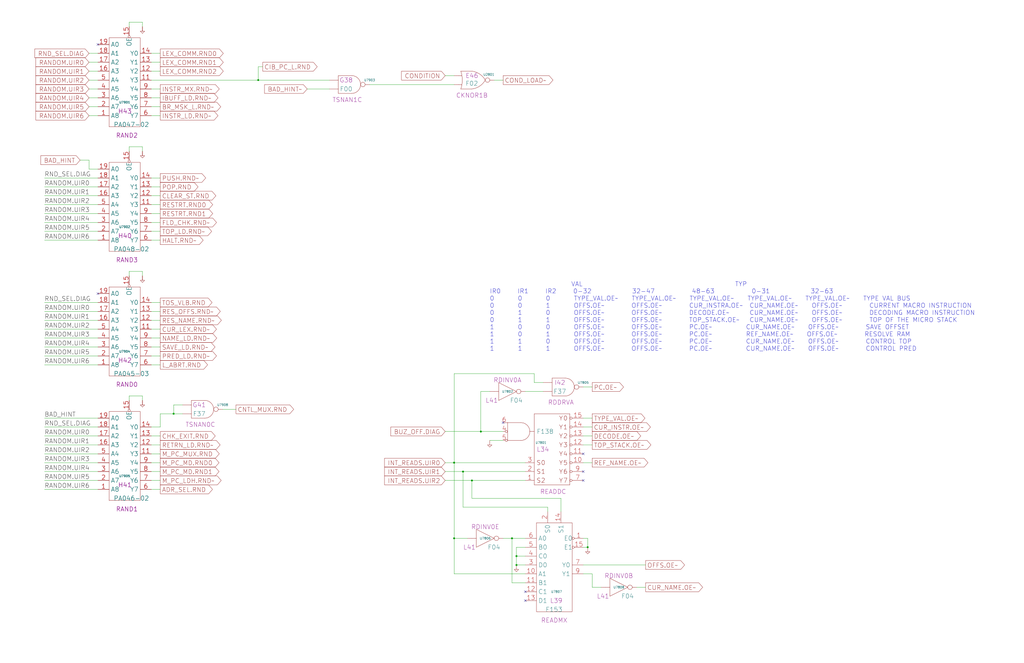
<source format=kicad_sch>
(kicad_sch (version 20230121) (generator eeschema)
  (paper "User" 584.2 378.46)
  (title_block (title "RANDOM FIELD DECODING") (date "22-MAY-90") (rev "1.0") (comment 1 "SEQUENCER") (comment 2 "232-003064") (comment 3 "S400") (comment 4 "RELEASED"))
  (lib_symbols
    (symbol "r1000:F00" (pin_numbers hide) (pin_names hide)
      (property "Reference" "U" (at 15.24 0 0))
      (property "Value" "F00" (at 1.905 -5.08 0))
      (property "Location" "___" (at 1.905 0 0))
      (property "Name" "______" (at 2.54 -12.7 0))
      (symbol "F00_0_1"
        (polyline (pts (xy -2.54 -7.62) (xy 5.08 -7.62)) (stroke (width 0.1524)))
        (polyline (pts (xy -2.54 2.54) (xy -2.54 -7.62)) (stroke (width 0.1524)))
        (polyline (pts (xy -2.54 2.54) (xy 5.08 2.54)) (stroke (width 0.1524)))
        (arc (start 5.08 -7.62) (mid 10.1282 -2.54) (end 5.08 2.54) (stroke (width 0.1524)))
        (circle (center 11.43 -2.54) (radius 1.27) (stroke (width 0.1524)))
      )
      (symbol "F00_0_2"
        (circle (center -3.81 -5.08) (radius 1.27) (stroke (width 0.1524)))
        (circle (center -3.81 0) (radius 1.27) (stroke (width 0.1524)))
        (arc (start -3.175 -7.62) (mid -2.134 -2.54) (end -3.175 2.54) (stroke (width 0.1524)))
        (polyline (pts (xy -3.175 -7.62) (xy 3.81 -7.62)) (stroke (width 0.1524)))
        (polyline (pts (xy -3.175 2.54) (xy 3.81 2.54)) (stroke (width 0.1524)))
        (arc (start 3.81 -7.62) (mid 7.5855 -5.8306) (end 10.16 -2.54) (stroke (width 0.1524)))
        (arc (start 10.16 -2.54) (mid 7.5827 0.7471) (end 3.81 2.54) (stroke (width 0.1524)))
      )
      (symbol "F00_1_1"
        (pin input line (at -7.62 0 0) (length 5.08) (name "D0") (number "1"))
        (pin input line (at -7.62 -5.08 0) (length 5.08) (name "D1") (number "2"))
        (pin output line (at 15.24 -2.54 180) (length 2.54) (name "Q") (number "3"))
      )
      (symbol "F00_1_2"
        (pin input line (at -7.62 0 0) (length 2.54) (name "D0") (number "1"))
        (pin input line (at -7.62 -5.08 0) (length 2.54) (name "D1") (number "2"))
        (pin output line (at 15.24 -2.54 180) (length 5.08) (name "Q") (number "3"))
      )
    )
    (symbol "r1000:F02" (pin_numbers hide) (pin_names hide)
      (property "Reference" "U" (at 12.16 0.635 0))
      (property "Value" "F02" (at -1.27 -4.445 0))
      (property "Location" "___" (at 2.54 0 0))
      (property "Name" "______" (at 2.54 -12.7 0))
      (symbol "F02_0_1"
        (arc (start -3.81 -7.62) (mid -2.9847 -2.54) (end -3.81 2.54) (stroke (width 0.1524)))
        (polyline (pts (xy -5.08 -5.08) (xy -3.175 -5.08)) (stroke (width 0.1524)))
        (polyline (pts (xy -5.08 0) (xy -3.175 0)) (stroke (width 0.1524)))
        (polyline (pts (xy -3.81 -7.62) (xy 2.54 -7.62)) (stroke (width 0.1524)))
        (polyline (pts (xy -3.81 2.54) (xy 2.54 2.54)) (stroke (width 0.1524)))
        (polyline (pts (xy 13.97 -2.54) (xy 12.7 -2.54)) (stroke (width 0.1524)))
        (arc (start 2.54 -7.62) (mid 6.9515 -5.9823) (end 10.16 -2.54) (stroke (width 0.1524)))
        (arc (start 10.16 -2.54) (mid 6.9478 0.8966) (end 2.54 2.54) (stroke (width 0.1524)))
        (circle (center 11.43 -2.54) (radius 1.27) (stroke (width 0.1524)))
      )
      (symbol "F02_0_2"
        (circle (center -3.81 -5.08) (radius 1.27) (stroke (width 0.1524)))
        (circle (center -3.81 0) (radius 1.27) (stroke (width 0.1524)))
        (polyline (pts (xy -2.54 -7.62) (xy 5.08 -7.62)) (stroke (width 0.1524)))
        (polyline (pts (xy -2.54 2.54) (xy -2.54 -7.62)) (stroke (width 0.1524)))
        (polyline (pts (xy -2.54 2.54) (xy 5.08 2.54)) (stroke (width 0.1524)))
        (polyline (pts (xy 11.43 -2.54) (xy 10.16 -2.54)) (stroke (width 0.1524)))
        (polyline (pts (xy 11.43 -2.54) (xy 12.7 -2.54)) (stroke (width 0.1524)))
        (arc (start 5.08 -7.62) (mid 10.1282 -2.54) (end 5.08 2.54) (stroke (width 0.1524)))
      )
      (symbol "F02_1_1"
        (pin input line (at -7.62 0 0) (length 2.54) (name "D0") (number "1"))
        (pin input line (at -7.62 -5.08 0) (length 2.54) (name "D1") (number "2"))
        (pin output line (at 15.24 -2.54 180) (length 1.27) (name "Q") (number "3"))
      )
      (symbol "F02_1_2"
        (pin input line (at -7.62 0 0) (length 2.54) (name "D0") (number "1"))
        (pin input line (at -7.62 -5.08 0) (length 2.54) (name "D1") (number "2"))
        (pin output line (at 15.24 -2.54 180) (length 2.54) (name "Q") (number "3"))
      )
    )
    (symbol "r1000:F04" (pin_numbers hide) (pin_names hide)
      (property "Reference" "U" (at 0 0 0))
      (property "Value" "F04" (at 1.27 -5.08 0))
      (property "Location" "___" (at -12.7 -5.08 0))
      (property "Name" "______" (at 0 5.08 0))
      (symbol "F04_0_1"
        (polyline (pts (xy -7.62 0) (xy -5.08 0)) (stroke (width 0.1524)))
        (polyline (pts (xy -5.08 5.08) (xy -5.08 -5.08)) (stroke (width 0.1524)))
        (polyline (pts (xy 5.08 0) (xy -5.08 -5.08)) (stroke (width 0.1524)))
        (polyline (pts (xy 5.08 0) (xy -5.08 5.08)) (stroke (width 0.1524)))
        (circle (center 6.35 0) (radius 1.27) (stroke (width 0.1524)))
      )
      (symbol "F04_1_1"
        (pin input line (at -10.16 0 0) (length 2.54) (name "D0") (number "1"))
        (pin output line (at 10.16 0 180) (length 2.54) (name "Q") (number "2"))
      )
    )
    (symbol "r1000:F138" (pin_names (offset 1.016) hide)
      (property "Reference" "U" (at 1.27 3.81 0))
      (property "Value" "F138" (at -1.27 10.16 0))
      (property "Location" "___" (at -1.27 0 0))
      (property "Name" "______" (at 8.255 -24.13 0))
      (symbol "F138_0_0"
        (arc (start -10.16 5.08) (mid -6.5679 6.5679) (end -5.08 10.16) (stroke (width 0.1524)))
        (arc (start -5.08 10.16) (mid -6.5679 13.7521) (end -10.16 15.24) (stroke (width 0.1524)))
        (polyline (pts (xy -17.78 5.08) (xy -10.16 5.08)) (stroke (width 0.1524)))
        (polyline (pts (xy -17.78 15.24) (xy -10.16 15.24)) (stroke (width 0.1524)))
      )
      (symbol "F138_0_1"
        (circle (center -18.415 5.08) (radius 0.635) (stroke (width 0.1524)))
        (circle (center -18.415 10.16) (radius 0.635) (stroke (width 0.1524)))
        (rectangle (start -2.54 20.32) (end 17.78 -20.32) (stroke (width 0.1524)))
        (polyline (pts (xy -19.05 15.24) (xy -17.78 15.24)) (stroke (width 0.1524)))
        (polyline (pts (xy -17.78 15.24) (xy -17.78 5.08)) (stroke (width 0.1524)))
        (polyline (pts (xy -2.54 10.16) (xy -5.08 10.16)) (stroke (width 0.1524)))
      )
      (symbol "F138_1_1"
        (circle (center 18.415 -17.78) (radius 0.635))
        (circle (center 18.415 -12.7) (radius 0.635))
        (circle (center 18.415 -7.62) (radius 0.635))
        (circle (center 18.415 -2.54) (radius 0.635))
        (circle (center 18.415 2.54) (radius 0.635))
        (circle (center 18.415 7.62) (radius 0.635))
        (circle (center 18.415 12.7) (radius 0.635))
        (circle (center 18.415 17.78) (radius 0.635))
        (text "0" (at 2.54 -7.62 0) (effects (font (size 2.54 2.54))))
        (text "0" (at 15.24 17.78 0) (effects (font (size 2.54 2.54))))
        (text "1" (at 2.54 -12.7 0) (effects (font (size 2.54 2.54))))
        (text "1" (at 15.24 12.7 0) (effects (font (size 2.54 2.54))))
        (text "2" (at 2.54 -17.78 0) (effects (font (size 2.54 2.54))))
        (text "2" (at 15.24 7.62 0) (effects (font (size 2.54 2.54))))
        (text "3" (at 15.24 2.54 0) (effects (font (size 2.54 2.54))))
        (text "4" (at 15.24 -2.54 0) (effects (font (size 2.54 2.54))))
        (text "5" (at 15.24 -7.62 0) (effects (font (size 2.54 2.54))))
        (text "6" (at 15.24 -12.7 0) (effects (font (size 2.54 2.54))))
        (text "7" (at 15.24 -17.78 0) (effects (font (size 2.54 2.54))))
        (text "S" (at 0 -17.78 0) (effects (font (size 2.54 2.54))))
        (text "S" (at 0 -12.7 0) (effects (font (size 2.54 2.54))))
        (text "S" (at 0 -7.62 0) (effects (font (size 2.54 2.54))))
        (text "Y" (at 12.7 -17.78 0) (effects (font (size 2.54 2.54))))
        (text "Y" (at 12.7 -12.7 0) (effects (font (size 2.54 2.54))))
        (text "Y" (at 12.7 -7.62 0) (effects (font (size 2.54 2.54))))
        (text "Y" (at 12.7 -2.54 0) (effects (font (size 2.54 2.54))))
        (text "Y" (at 12.7 2.54 0) (effects (font (size 2.54 2.54))))
        (text "Y" (at 12.7 7.62 0) (effects (font (size 2.54 2.54))))
        (text "Y" (at 12.7 12.7 0) (effects (font (size 2.54 2.54))))
        (text "Y" (at 12.7 17.78 0) (effects (font (size 2.54 2.54))))
        (pin input line (at -7.62 -17.78 0) (length 5.08) (name "S2") (number "1"))
        (pin output line (at 25.4 -7.62 180) (length 6.35) (name "Y5_") (number "10"))
        (pin output line (at 25.4 -2.54 180) (length 6.35) (name "Y4_") (number "11"))
        (pin output line (at 25.4 2.54 180) (length 6.35) (name "Y3_") (number "12"))
        (pin output line (at 25.4 7.62 180) (length 6.35) (name "Y2_") (number "13"))
        (pin output line (at 25.4 12.7 180) (length 6.35) (name "Y1_") (number "14"))
        (pin output line (at 25.4 17.78 180) (length 6.35) (name "Y0_") (number "15"))
        (pin input line (at -7.62 -12.7 0) (length 5.08) (name "S1") (number "2"))
        (pin input line (at -7.62 -7.62 0) (length 5.08) (name "S0") (number "3"))
        (pin input line (at -20.32 10.16 0) (length 1.27) (name "D1") (number "4"))
        (pin input line (at -20.32 5.08 0) (length 1.27) (name "D2") (number "5"))
        (pin input line (at -20.32 15.24 0) (length 1.27) (name "D0") (number "6"))
        (pin output line (at 25.4 -17.78 180) (length 6.35) (name "Y7_") (number "7"))
        (pin output line (at 25.4 -12.7 180) (length 6.35) (name "Y6_") (number "9"))
      )
    )
    (symbol "r1000:F153" (pin_names (offset 1.016))
      (property "Reference" "U" (at 2.54 5.08 0))
      (property "Value" "F153" (at -3.81 -5.08 0))
      (property "Location" "___" (at -1.27 0 0))
      (property "Name" "______" (at 1.27 -12.7 0))
      (symbol "F153_1_1"
        (rectangle (start -8.89 44.45) (end 11.43 -6.35))
        (circle (center 12.065 30.48) (radius 0.635))
        (circle (center 12.065 35.56) (radius 0.635))
        (pin input line (at 17.78 35.56 180) (length 5.08) (name "E0") (number "1"))
        (pin input line (at -15.24 15.24 0) (length 6.35) (name "A1") (number "10"))
        (pin input line (at -15.24 10.16 0) (length 6.35) (name "B1") (number "11"))
        (pin input line (at -15.24 5.08 0) (length 6.35) (name "C1") (number "12"))
        (pin input line (at -15.24 0 0) (length 6.35) (name "D1") (number "13"))
        (pin input line (at 5.08 50.8 270) (length 6.35) (name "S1") (number "14"))
        (pin input line (at 17.78 30.48 180) (length 5.08) (name "E1") (number "15"))
        (pin input line (at -2.54 50.8 270) (length 6.35) (name "S0") (number "2"))
        (pin input line (at -15.24 20.32 0) (length 6.35) (name "D0") (number "3"))
        (pin input line (at -15.24 25.4 0) (length 6.35) (name "C0") (number "4"))
        (pin input line (at -15.24 30.48 0) (length 6.35) (name "B0") (number "5"))
        (pin input line (at -15.24 35.56 0) (length 6.35) (name "A0") (number "6"))
        (pin output line (at 17.78 20.32 180) (length 6.35) (name "Y0") (number "7"))
        (pin output line (at 17.78 15.24 180) (length 6.35) (name "Y1") (number "9"))
      )
    )
    (symbol "r1000:F37" (pin_numbers hide) (pin_names (offset 0) hide)
      (property "Reference" "U" (at 15.24 0 0))
      (property "Value" "F37" (at 1.905 -5.08 0))
      (property "Location" "___" (at 1.905 0 0))
      (property "Name" "______" (at 2.54 -12.7 0))
      (symbol "F37_0_1"
        (polyline (pts (xy -2.54 -7.62) (xy 5.08 -7.62)) (stroke (width 0.1524)))
        (polyline (pts (xy -2.54 2.54) (xy -2.54 -7.62)) (stroke (width 0.1524)))
        (polyline (pts (xy -2.54 2.54) (xy 5.08 2.54)) (stroke (width 0.1524)))
        (arc (start 5.08 -7.62) (mid 10.1282 -2.54) (end 5.08 2.54) (stroke (width 0.1524)))
        (circle (center 11.43 -2.54) (radius 1.27) (stroke (width 0.1524)))
      )
      (symbol "F37_0_2"
        (circle (center -3.81 -5.08) (radius 1.27) (stroke (width 0.1524)))
        (circle (center -3.81 0) (radius 1.27) (stroke (width 0.1524)))
        (arc (start -3.175 -7.62) (mid -2.134 -2.54) (end -3.175 2.54) (stroke (width 0.1524)))
        (polyline (pts (xy -3.175 -7.62) (xy 3.81 -7.62)) (stroke (width 0.1524)))
        (polyline (pts (xy -3.175 2.54) (xy 3.81 2.54)) (stroke (width 0.1524)))
        (arc (start 3.81 -7.62) (mid 7.5855 -5.8306) (end 10.16 -2.54) (stroke (width 0.1524)))
        (arc (start 10.16 -2.54) (mid 7.5827 0.7471) (end 3.81 2.54) (stroke (width 0.1524)))
      )
      (symbol "F37_1_1"
        (pin input line (at -7.62 0 0) (length 5.08) (name "D0") (number "1"))
        (pin input line (at -7.62 -5.08 0) (length 5.08) (name "D1") (number "2"))
        (pin output line (at 15.24 -2.54 180) (length 2.54) (name "Q") (number "3"))
      )
      (symbol "F37_1_2"
        (pin input line (at -7.62 0 0) (length 2.54) (name "D0") (number "1"))
        (pin input line (at -7.62 -5.08 0) (length 2.54) (name "D1") (number "2"))
        (pin output line (at 15.24 -2.54 180) (length 5.08) (name "Q") (number "3"))
      )
    )
    (symbol "r1000:PAxxx" (pin_names (offset 1.016))
      (property "Reference" "U" (at 2.54 5.08 0))
      (property "Value" "PAxxx" (at -3.81 -7.62 0))
      (property "Location" "___" (at -1.27 0 0))
      (property "Name" "______" (at 3.81 -15.24 0))
      (symbol "PAxxx_1_1"
        (rectangle (start -6.35 41.91) (end 11.43 -8.89))
        (circle (center 5.08 42.545) (radius 0.635))
        (pin input line (at -12.7 -2.54 0) (length 6.35) (name "A8") (number "1"))
        (pin tri_state line (at 17.78 17.78 180) (length 6.35) (name "Y3") (number "11"))
        (pin tri_state line (at 17.78 22.86 180) (length 6.35) (name "Y2") (number "12"))
        (pin tri_state line (at 17.78 27.94 180) (length 6.35) (name "Y1") (number "13"))
        (pin tri_state line (at 17.78 33.02 180) (length 6.35) (name "Y0") (number "14"))
        (pin input line (at 5.08 48.26 270) (length 5.08) (name "OE") (number "15"))
        (pin input line (at -12.7 22.86 0) (length 6.35) (name "A3") (number "16"))
        (pin input line (at -12.7 27.94 0) (length 6.35) (name "A2") (number "17"))
        (pin input line (at -12.7 33.02 0) (length 6.35) (name "A1") (number "18"))
        (pin input line (at -12.7 38.1 0) (length 6.35) (name "A0") (number "19"))
        (pin input line (at -12.7 2.54 0) (length 6.35) (name "A7") (number "2"))
        (pin input line (at -12.7 7.62 0) (length 6.35) (name "A6") (number "3"))
        (pin input line (at -12.7 12.7 0) (length 6.35) (name "A5") (number "4"))
        (pin input line (at -12.7 17.78 0) (length 6.35) (name "A4") (number "5"))
        (pin tri_state line (at 17.78 -2.54 180) (length 6.35) (name "Y7") (number "6"))
        (pin tri_state line (at 17.78 2.54 180) (length 6.35) (name "Y6") (number "7"))
        (pin tri_state line (at 17.78 7.62 180) (length 6.35) (name "Y5") (number "8"))
        (pin tri_state line (at 17.78 12.7 180) (length 6.35) (name "Y4") (number "9"))
      )
    )
    (symbol "r1000:PD" (power) (pin_numbers hide) (pin_names hide) (in_bom no)
      (symbol "PD_0_1"
        (polyline (pts (xy 0 -2.54) (xy 1.27 -2.54) (xy 0 -3.81) (xy -1.27 -2.54) (xy 0 -2.54)) (stroke (width 0.1524)))
      )
      (symbol "PD_1_1"
        (pin power_in line (at 0 0 270) (length 2.54) (name "PD") (number "1"))
      )
    )
  )
  (junction (at 147.32 45.72))
  (junction (at 264.16 269.24))
  (junction (at 294.64 317.5))
  (junction (at 269.24 274.32))
  (junction (at 335.28 312.42))
  (junction (at 294.64 322.58))
  (junction (at 259.08 307.34))
  (junction (at 99.06 236.22))
  (junction (at 274.32 246.38))
  (junction (at 292.1 307.34))
  (junction (at 259.08 264.16))
  (no_connect (at 299.72 337.82))
  (no_connect (at 332.74 269.24))
  (no_connect (at 55.88 25.4))
  (no_connect (at 55.88 167.64))
  (no_connect (at 299.72 342.9))
  (no_connect (at 332.74 274.32))
  (no_connect (at 287.02 241.3))
  (no_connect (at 332.74 259.08))
  (wire (pts (xy 259.08 264.16) (xy 299.72 264.16)))
  (wire (pts (xy 332.74 307.34) (xy 335.28 307.34)))
  (wire (pts (xy 50.8 91.44) (xy 50.8 96.52)))
  (wire (pts (xy 86.36 40.64) (xy 91.44 40.64)))
  (wire (pts (xy 259.08 307.34) (xy 266.7 307.34)))
  (wire (pts (xy 335.28 307.34) (xy 335.28 312.42)))
  (wire (pts (xy 81.28 154.94) (xy 73.66 154.94)))
  (wire (pts (xy 312.42 289.56) (xy 312.42 292.1)))
  (wire (pts (xy 254 269.24) (xy 264.16 269.24)))
  (wire (pts (xy 259.08 327.66) (xy 299.72 327.66)))
  (wire (pts (xy 292.1 332.74) (xy 292.1 307.34)))
  (wire (pts (xy 50.8 66.04) (xy 55.88 66.04)))
  (wire (pts (xy 25.4 254) (xy 55.88 254)))
  (wire (pts (xy 294.64 312.42) (xy 294.64 317.5)))
  (wire (pts (xy 269.24 284.48) (xy 320.04 284.48)))
  (wire (pts (xy 337.82 327.66) (xy 337.82 335.28)))
  (wire (pts (xy 25.4 259.08) (xy 55.88 259.08)))
  (wire (pts (xy 175.26 50.8) (xy 187.96 50.8)))
  (wire (pts (xy 86.36 177.8) (xy 91.44 177.8)))
  (wire (pts (xy 25.4 269.24) (xy 55.88 269.24)))
  (wire (pts (xy 86.36 127) (xy 91.44 127)))
  (wire (pts (xy 264.16 289.56) (xy 312.42 289.56)))
  (wire (pts (xy 50.8 35.56) (xy 55.88 35.56)))
  (wire (pts (xy 73.66 12.7) (xy 73.66 15.24)))
  (wire (pts (xy 86.36 45.72) (xy 147.32 45.72)))
  (wire (pts (xy 86.36 30.48) (xy 91.44 30.48)))
  (wire (pts (xy 86.36 101.6) (xy 91.44 101.6)))
  (wire (pts (xy 86.36 264.16) (xy 91.44 264.16)))
  (wire (pts (xy 259.08 327.66) (xy 259.08 307.34)))
  (wire (pts (xy 332.74 254) (xy 337.82 254)))
  (wire (pts (xy 104.14 231.14) (xy 99.06 231.14)))
  (wire (pts (xy 25.4 101.6) (xy 55.88 101.6)))
  (wire (pts (xy 86.36 121.92) (xy 91.44 121.92)))
  (wire (pts (xy 25.4 193.04) (xy 55.88 193.04)))
  (wire (pts (xy 25.4 243.84) (xy 55.88 243.84)))
  (wire (pts (xy 86.36 198.12) (xy 91.44 198.12)))
  (wire (pts (xy 81.28 154.94) (xy 81.28 157.48)))
  (wire (pts (xy 25.4 182.88) (xy 55.88 182.88)))
  (wire (pts (xy 279.4 251.46) (xy 287.02 251.46)))
  (wire (pts (xy 259.08 264.16) (xy 259.08 307.34)))
  (wire (pts (xy 25.4 187.96) (xy 55.88 187.96)))
  (wire (pts (xy 86.36 259.08) (xy 91.44 259.08)))
  (wire (pts (xy 86.36 132.08) (xy 91.44 132.08)))
  (wire (pts (xy 320.04 284.48) (xy 320.04 292.1)))
  (wire (pts (xy 99.06 236.22) (xy 104.14 236.22)))
  (wire (pts (xy 50.8 55.88) (xy 55.88 55.88)))
  (wire (pts (xy 50.8 30.48) (xy 55.88 30.48)))
  (wire (pts (xy 269.24 274.32) (xy 269.24 284.48)))
  (wire (pts (xy 332.74 327.66) (xy 337.82 327.66)))
  (wire (pts (xy 25.4 198.12) (xy 55.88 198.12)))
  (wire (pts (xy 332.74 243.84) (xy 337.82 243.84)))
  (wire (pts (xy 99.06 231.14) (xy 99.06 236.22)))
  (wire (pts (xy 50.8 40.64) (xy 55.88 40.64)))
  (wire (pts (xy 25.4 127) (xy 55.88 127)))
  (wire (pts (xy 274.32 223.52) (xy 274.32 246.38)))
  (wire (pts (xy 274.32 246.38) (xy 287.02 246.38)))
  (wire (pts (xy 86.36 254) (xy 91.44 254)))
  (wire (pts (xy 337.82 335.28) (xy 342.9 335.28)))
  (wire (pts (xy 210.82 48.26) (xy 259.08 48.26)))
  (wire (pts (xy 86.36 182.88) (xy 91.44 182.88)))
  (wire (pts (xy 86.36 274.32) (xy 91.44 274.32)))
  (wire (pts (xy 25.4 106.68) (xy 55.88 106.68)))
  (wire (pts (xy 86.36 172.72) (xy 91.44 172.72)))
  (wire (pts (xy 86.36 248.92) (xy 91.44 248.92)))
  (wire (pts (xy 86.36 137.16) (xy 91.44 137.16)))
  (wire (pts (xy 299.72 312.42) (xy 294.64 312.42)))
  (wire (pts (xy 363.22 335.28) (xy 368.3 335.28)))
  (wire (pts (xy 86.36 187.96) (xy 91.44 187.96)))
  (wire (pts (xy 294.64 317.5) (xy 299.72 317.5)))
  (wire (pts (xy 81.28 226.06) (xy 81.28 228.6)))
  (wire (pts (xy 86.36 35.56) (xy 91.44 35.56)))
  (wire (pts (xy 127 233.68) (xy 134.62 233.68)))
  (wire (pts (xy 25.4 248.92) (xy 55.88 248.92)))
  (wire (pts (xy 25.4 208.28) (xy 55.88 208.28)))
  (wire (pts (xy 304.8 218.44) (xy 304.8 213.36)))
  (wire (pts (xy 91.44 236.22) (xy 99.06 236.22)))
  (wire (pts (xy 73.66 226.06) (xy 73.66 228.6)))
  (wire (pts (xy 86.36 269.24) (xy 91.44 269.24)))
  (wire (pts (xy 294.64 322.58) (xy 299.72 322.58)))
  (wire (pts (xy 86.36 55.88) (xy 91.44 55.88)))
  (wire (pts (xy 25.4 137.16) (xy 55.88 137.16)))
  (wire (pts (xy 50.8 60.96) (xy 55.88 60.96)))
  (wire (pts (xy 86.36 279.4) (xy 91.44 279.4)))
  (wire (pts (xy 332.74 264.16) (xy 337.82 264.16)))
  (wire (pts (xy 254 246.38) (xy 274.32 246.38)))
  (wire (pts (xy 304.8 213.36) (xy 259.08 213.36)))
  (wire (pts (xy 91.44 243.84) (xy 86.36 243.84)))
  (wire (pts (xy 269.24 274.32) (xy 299.72 274.32)))
  (wire (pts (xy 25.4 132.08) (xy 55.88 132.08)))
  (wire (pts (xy 332.74 322.58) (xy 368.3 322.58)))
  (wire (pts (xy 25.4 264.16) (xy 55.88 264.16)))
  (wire (pts (xy 147.32 38.1) (xy 149.86 38.1)))
  (wire (pts (xy 254 274.32) (xy 269.24 274.32)))
  (wire (pts (xy 264.16 269.24) (xy 299.72 269.24)))
  (wire (pts (xy 25.4 203.2) (xy 55.88 203.2)))
  (wire (pts (xy 147.32 45.72) (xy 147.32 38.1)))
  (wire (pts (xy 86.36 66.04) (xy 91.44 66.04)))
  (wire (pts (xy 294.64 317.5) (xy 294.64 322.58)))
  (wire (pts (xy 86.36 203.2) (xy 91.44 203.2)))
  (wire (pts (xy 259.08 213.36) (xy 259.08 264.16)))
  (wire (pts (xy 264.16 269.24) (xy 264.16 289.56)))
  (wire (pts (xy 81.28 83.82) (xy 73.66 83.82)))
  (wire (pts (xy 25.4 111.76) (xy 55.88 111.76)))
  (wire (pts (xy 86.36 193.04) (xy 91.44 193.04)))
  (wire (pts (xy 147.32 45.72) (xy 187.96 45.72)))
  (wire (pts (xy 25.4 279.4) (xy 55.88 279.4)))
  (wire (pts (xy 287.02 307.34) (xy 292.1 307.34)))
  (wire (pts (xy 332.74 220.98) (xy 337.82 220.98)))
  (wire (pts (xy 25.4 116.84) (xy 55.88 116.84)))
  (wire (pts (xy 81.28 83.82) (xy 81.28 86.36)))
  (wire (pts (xy 332.74 248.92) (xy 337.82 248.92)))
  (wire (pts (xy 299.72 223.52) (xy 309.88 223.52)))
  (wire (pts (xy 332.74 312.42) (xy 335.28 312.42)))
  (wire (pts (xy 274.32 223.52) (xy 279.4 223.52)))
  (wire (pts (xy 86.36 106.68) (xy 91.44 106.68)))
  (wire (pts (xy 81.28 12.7) (xy 81.28 15.24)))
  (wire (pts (xy 254 264.16) (xy 259.08 264.16)))
  (wire (pts (xy 91.44 236.22) (xy 91.44 243.84)))
  (wire (pts (xy 292.1 307.34) (xy 299.72 307.34)))
  (wire (pts (xy 50.8 45.72) (xy 55.88 45.72)))
  (wire (pts (xy 45.72 91.44) (xy 50.8 91.44)))
  (wire (pts (xy 86.36 116.84) (xy 91.44 116.84)))
  (wire (pts (xy 25.4 121.92) (xy 55.88 121.92)))
  (wire (pts (xy 281.94 45.72) (xy 287.02 45.72)))
  (wire (pts (xy 86.36 50.8) (xy 91.44 50.8)))
  (wire (pts (xy 332.74 238.76) (xy 337.82 238.76)))
  (wire (pts (xy 292.1 332.74) (xy 299.72 332.74)))
  (wire (pts (xy 309.88 218.44) (xy 304.8 218.44)))
  (wire (pts (xy 25.4 172.72) (xy 55.88 172.72)))
  (wire (pts (xy 73.66 154.94) (xy 73.66 157.48)))
  (wire (pts (xy 25.4 274.32) (xy 55.88 274.32)))
  (wire (pts (xy 86.36 60.96) (xy 91.44 60.96)))
  (wire (pts (xy 86.36 111.76) (xy 91.44 111.76)))
  (wire (pts (xy 50.8 50.8) (xy 55.88 50.8)))
  (wire (pts (xy 86.36 208.28) (xy 91.44 208.28)))
  (wire (pts (xy 73.66 83.82) (xy 73.66 86.36)))
  (wire (pts (xy 25.4 238.76) (xy 55.88 238.76)))
  (wire (pts (xy 81.28 12.7) (xy 73.66 12.7)))
  (wire (pts (xy 50.8 96.52) (xy 55.88 96.52)))
  (wire (pts (xy 81.28 226.06) (xy 73.66 226.06)))
  (wire (pts (xy 25.4 177.8) (xy 55.88 177.8)))
  (wire (pts (xy 254 43.18) (xy 259.08 43.18)))
  (text "                        VAL                                             TYP\nIR0     IR1     IR2     0-32            32-47           48-63           0-31            32-63\n0       0       0       TYPE_VAL.OE~    TYPE_VAL.OE~    TYPE_VAL.OE~    TYPE_VAL.OE~    TYPE_VAL.OE~    TYPE VAL BUS\n0       0       1       OFFS.OE~        OFFS.OE~        CUR_INSTRA.OE~  CUR_NAME.OE~    OFFS.OE~        CURRENT MACRO INSTRUCTION\n0       1       0       OFFS.OE~        OFFS.OE~        DECODE.OE~      CUR_NAME.OE~    OFFS.OE~        DECODING MACRO INSTRUCTION\n0       1       1       OFFS.OE~        OFFS.OE~        TOP_STACK.OE~   CUR_NAME.OE~    OFFS.OE~        TOP OF THE MICRO STACK\n1       0       0       OFFS.OE~        OFFS.OE~        PC.OE~          CUR_NAME.OE~    OFFS.OE~        SAVE OFFSET\n1       0       1       OFFS.OE~        OFFS.OE~        PC.OE~          REF_NAME.OE~    OFFS.OE~        RESOLVE RAM\n1       1       0       OFFS.OE~        OFFS.OE~        PC.OE~          CUR_NAME.OE~    OFFS.OE~        CONTROL TOP\n1       1       1       OFFS.OE~        OFFS.OE~        PC.OE~          CUR_NAME.OE~    OFFS.OE~        CONTROL PRED\n" (at 279.4 200.66 0) (effects (font (size 2.54 2.54)) (justify left bottom)))
  (label "RANDOM.UIR6" (at 25.4 137.16 0) (effects (font (size 2.54 2.54))))
  (label "RANDOM.UIR1" (at 25.4 254 0) (effects (font (size 2.54 2.54))))
  (label "RANDOM.UIR0" (at 25.4 177.8 0) (effects (font (size 2.54 2.54))))
  (label "RANDOM.UIR3" (at 25.4 121.92 0) (effects (font (size 2.54 2.54))))
  (label "RANDOM.UIR4" (at 25.4 269.24 0) (effects (font (size 2.54 2.54))))
  (label "RANDOM.UIR2" (at 25.4 116.84 0) (effects (font (size 2.54 2.54))))
  (label "BAD_HINT" (at 25.4 238.76 0) (effects (font (size 2.54 2.54))))
  (label "RANDOM.UIR3" (at 25.4 264.16 0) (effects (font (size 2.54 2.54))))
  (label "RANDOM.UIR5" (at 25.4 203.2 0) (effects (font (size 2.54 2.54))))
  (label "RANDOM.UIR4" (at 25.4 127 0) (effects (font (size 2.54 2.54))))
  (label "RANDOM.UIR1" (at 25.4 111.76 0) (effects (font (size 2.54 2.54))))
  (label "RANDOM.UIR6" (at 25.4 279.4 0) (effects (font (size 2.54 2.54))))
  (label "RANDOM.UIR0" (at 25.4 248.92 0) (effects (font (size 2.54 2.54))))
  (label "RANDOM.UIR5" (at 25.4 274.32 0) (effects (font (size 2.54 2.54))))
  (label "RANDOM.UIR0" (at 25.4 106.68 0) (effects (font (size 2.54 2.54))))
  (label "RANDOM.UIR3" (at 25.4 193.04 0) (effects (font (size 2.54 2.54))))
  (label "RND_SEL.DIAG" (at 25.4 243.84 0) (effects (font (size 2.54 2.54))))
  (label "RND_SEL.DIAG" (at 25.4 172.72 0) (effects (font (size 2.54 2.54))))
  (label "RANDOM.UIR6" (at 25.4 208.28 0) (effects (font (size 2.54 2.54))))
  (label "RANDOM.UIR4" (at 25.4 198.12 0) (effects (font (size 2.54 2.54))))
  (label "RANDOM.UIR1" (at 25.4 182.88 0) (effects (font (size 2.54 2.54))))
  (label "RND_SEL.DIAG" (at 25.4 101.6 0) (effects (font (size 2.54 2.54))))
  (label "RANDOM.UIR5" (at 25.4 132.08 0) (effects (font (size 2.54 2.54))))
  (label "RANDOM.UIR2" (at 25.4 259.08 0) (effects (font (size 2.54 2.54))))
  (label "RANDOM.UIR2" (at 25.4 187.96 0) (effects (font (size 2.54 2.54))))
  (global_label "RES_NAME.RND~" (shape output) (at 91.44 182.88 0) (effects (font (size 2.54 2.54))) (property "Intersheetrefs" "${INTERSHEET_REFS}" (at 126.2622 182.7213 0) (effects (font (size 1.905 1.905)) (justify left))))
  (global_label "RND_SEL.DIAG" (shape input) (at 50.8 30.48 180) (effects (font (size 2.54 2.54))) (property "Intersheetrefs" "${INTERSHEET_REFS}" (at 19.8483 30.3213 0) (effects (font (size 1.905 1.905)) (justify right))))
  (global_label "RETRN_LD.RND~" (shape output) (at 91.44 254 0) (effects (font (size 2.54 2.54))) (property "Intersheetrefs" "${INTERSHEET_REFS}" (at 125.5365 253.8413 0) (effects (font (size 1.905 1.905)) (justify left))))
  (global_label "INSTR_MX.RND~" (shape output) (at 91.44 50.8 0) (effects (font (size 2.54 2.54))) (property "Intersheetrefs" "${INTERSHEET_REFS}" (at 125.0527 50.6413 0) (effects (font (size 1.905 1.905)) (justify left))))
  (global_label "IBUFF_LD.RND~" (shape output) (at 91.44 55.88 0) (effects (font (size 2.54 2.54))) (property "Intersheetrefs" "${INTERSHEET_REFS}" (at 124.327 55.7213 0) (effects (font (size 1.905 1.905)) (justify left))))
  (global_label "RANDOM.UIR5" (shape input) (at 50.8 60.96 180) (effects (font (size 2.54 2.54))) (property "Intersheetrefs" "${INTERSHEET_REFS}" (at 19.278 60.96 0) (effects (justify right))))
  (global_label "RANDOM.UIR6" (shape input) (at 50.8 66.04 180) (effects (font (size 2.54 2.54))) (property "Intersheetrefs" "${INTERSHEET_REFS}" (at 19.278 66.04 0) (effects (justify right))))
  (global_label "CHK_EXIT.RND" (shape output) (at 91.44 248.92 0) (effects (font (size 2.54 2.54))) (property "Intersheetrefs" "${INTERSHEET_REFS}" (at 122.7546 248.7613 0) (effects (font (size 1.905 1.905)) (justify left))))
  (global_label "RANDOM.UIR2" (shape input) (at 50.8 45.72 180) (effects (font (size 2.54 2.54))) (property "Intersheetrefs" "${INTERSHEET_REFS}" (at 19.278 45.72 0) (effects (justify right))))
  (global_label "RESTRT.RND1" (shape output) (at 91.44 121.92 0) (effects (font (size 2.54 2.54))) (property "Intersheetrefs" "${INTERSHEET_REFS}" (at 121.3031 121.7613 0) (effects (font (size 1.905 1.905)) (justify left))))
  (global_label "POP.RND" (shape output) (at 91.44 106.68 0) (effects (font (size 2.54 2.54))) (property "Intersheetrefs" "${INTERSHEET_REFS}" (at 112.9574 106.5213 0) (effects (font (size 1.905 1.905)) (justify left))))
  (global_label "REF_NAME.OE~" (shape output) (at 337.82 264.16 0) (effects (font (size 2.54 2.54))) (property "Intersheetrefs" "${INTERSHEET_REFS}" (at 369.6184 264.0013 0) (effects (font (size 1.905 1.905)) (justify left))))
  (global_label "L_ABRT.RND" (shape output) (at 91.44 208.28 0) (effects (font (size 2.54 2.54))) (property "Intersheetrefs" "${INTERSHEET_REFS}" (at 118.4003 208.1213 0) (effects (font (size 1.905 1.905)) (justify left))))
  (global_label "BUZ_OFF.DIAG" (shape input) (at 254 246.38 180) (effects (font (size 2.54 2.54))) (property "Intersheetrefs" "${INTERSHEET_REFS}" (at 222.9273 246.2213 0) (effects (font (size 1.905 1.905)) (justify right))))
  (global_label "CIB_PC_L.RND" (shape output) (at 149.86 38.1 0) (effects (font (size 2.54 2.54))) (property "Intersheetrefs" "${INTERSHEET_REFS}" (at 180.9327 37.9413 0) (effects (font (size 1.905 1.905)) (justify left))))
  (global_label "LEX_COMM.RND0" (shape output) (at 91.44 30.48 0) (effects (font (size 2.54 2.54))) (property "Intersheetrefs" "${INTERSHEET_REFS}" (at 127.3508 30.3213 0) (effects (font (size 1.905 1.905)) (justify left))))
  (global_label "OFFS.OE~" (shape output) (at 368.3 322.58 0) (effects (font (size 2.54 2.54))) (property "Intersheetrefs" "${INTERSHEET_REFS}" (at 390.5431 322.4213 0) (effects (font (size 1.905 1.905)) (justify left))))
  (global_label "NAME_LD.RND~" (shape output) (at 91.44 193.04 0) (effects (font (size 2.54 2.54))) (property "Intersheetrefs" "${INTERSHEET_REFS}" (at 123.6012 192.8813 0) (effects (font (size 1.905 1.905)) (justify left))))
  (global_label "RANDOM.UIR3" (shape input) (at 50.8 50.8 180) (effects (font (size 2.54 2.54))) (property "Intersheetrefs" "${INTERSHEET_REFS}" (at 19.278 50.8 0) (effects (justify right))))
  (global_label "PRED_LD.RND~" (shape output) (at 91.44 203.2 0) (effects (font (size 2.54 2.54))) (property "Intersheetrefs" "${INTERSHEET_REFS}" (at 123.4803 203.0413 0) (effects (font (size 1.905 1.905)) (justify left))))
  (global_label "LEX_COMM.RND2" (shape output) (at 91.44 40.64 0) (effects (font (size 2.54 2.54))) (property "Intersheetrefs" "${INTERSHEET_REFS}" (at 127.3508 40.4813 0) (effects (font (size 1.905 1.905)) (justify left))))
  (global_label "PUSH.RND~" (shape output) (at 91.44 101.6 0) (effects (font (size 2.54 2.54))) (property "Intersheetrefs" "${INTERSHEET_REFS}" (at 117.3117 101.4413 0) (effects (font (size 1.905 1.905)) (justify left))))
  (global_label "INT_READS.UIR1" (shape input) (at 254 269.24 180) (effects (font (size 2.54 2.54))) (property "Intersheetrefs" "${INTERSHEET_REFS}" (at 219.4197 269.0813 0) (effects (font (size 1.905 1.905)) (justify right))))
  (global_label "TOP_STACK.OE~" (shape output) (at 337.82 254 0) (effects (font (size 2.54 2.54))) (property "Intersheetrefs" "${INTERSHEET_REFS}" (at 371.3117 253.8413 0) (effects (font (size 1.905 1.905)) (justify left))))
  (global_label "PC.OE~" (shape output) (at 337.82 220.98 0) (effects (font (size 2.54 2.54))) (property "Intersheetrefs" "${INTERSHEET_REFS}" (at 355.7089 220.8213 0) (effects (font (size 1.905 1.905)) (justify left))))
  (global_label "TOS_VLB.RND" (shape output) (at 91.44 172.72 0) (effects (font (size 2.54 2.54))) (property "Intersheetrefs" "${INTERSHEET_REFS}" (at 120.9403 172.5613 0) (effects (font (size 1.905 1.905)) (justify left))))
  (global_label "CONDITION" (shape input) (at 254 43.18 180) (effects (font (size 2.54 2.54))) (property "Intersheetrefs" "${INTERSHEET_REFS}" (at 227.9208 43.18 0) (effects (justify right))))
  (global_label "CLEAR_ST.RND" (shape output) (at 91.44 111.76 0) (effects (font (size 2.54 2.54))) (property "Intersheetrefs" "${INTERSHEET_REFS}" (at 123.1174 111.6013 0) (effects (font (size 1.905 1.905)) (justify left))))
  (global_label "BR_MSK_L.RND~" (shape output) (at 91.44 60.96 0) (effects (font (size 2.54 2.54))) (property "Intersheetrefs" "${INTERSHEET_REFS}" (at 125.8993 60.8013 0) (effects (font (size 1.905 1.905)) (justify left))))
  (global_label "RES_OFFS.RND~" (shape output) (at 91.44 177.8 0) (effects (font (size 2.54 2.54))) (property "Intersheetrefs" "${INTERSHEET_REFS}" (at 125.6574 177.6413 0) (effects (font (size 1.905 1.905)) (justify left))))
  (global_label "CNTL_MUX.RND" (shape output) (at 134.62 233.68 0) (effects (font (size 2.54 2.54))) (property "Intersheetrefs" "${INTERSHEET_REFS}" (at 167.507 233.5213 0) (effects (font (size 1.905 1.905)) (justify left))))
  (global_label "TOP_LD.RND~" (shape output) (at 91.44 132.08 0) (effects (font (size 2.54 2.54))) (property "Intersheetrefs" "${INTERSHEET_REFS}" (at 120.6984 131.9213 0) (effects (font (size 1.905 1.905)) (justify left))))
  (global_label "INSTR_LD.RND~" (shape output) (at 91.44 66.04 0) (effects (font (size 2.54 2.54))) (property "Intersheetrefs" "${INTERSHEET_REFS}" (at 124.327 65.8813 0) (effects (font (size 1.905 1.905)) (justify left))))
  (global_label "CUR_LEX.RND~" (shape output) (at 91.44 187.96 0) (effects (font (size 2.54 2.54))) (property "Intersheetrefs" "${INTERSHEET_REFS}" (at 123.4803 187.8013 0) (effects (font (size 1.905 1.905)) (justify left))))
  (global_label "M_PC_MD.RND0" (shape output) (at 91.44 264.16 0) (effects (font (size 2.54 2.54))) (property "Intersheetrefs" "${INTERSHEET_REFS}" (at 124.9317 264.0013 0) (effects (font (size 1.905 1.905)) (justify left))))
  (global_label "INT_READS.UIR0" (shape input) (at 254 264.16 180) (effects (font (size 2.54 2.54))) (property "Intersheetrefs" "${INTERSHEET_REFS}" (at 219.4197 264.0013 0) (effects (font (size 1.905 1.905)) (justify right))))
  (global_label "TYPE_VAL.OE~" (shape output) (at 337.82 238.76 0) (effects (font (size 2.54 2.54))) (property "Intersheetrefs" "${INTERSHEET_REFS}" (at 365.627 238.6013 0) (effects (font (size 1.905 1.905)) (justify left))))
  (global_label "LEX_COMM.RND1" (shape output) (at 91.44 35.56 0) (effects (font (size 2.54 2.54))) (property "Intersheetrefs" "${INTERSHEET_REFS}" (at 127.3508 35.4013 0) (effects (font (size 1.905 1.905)) (justify left))))
  (global_label "M_PC_MD.RND1" (shape output) (at 91.44 269.24 0) (effects (font (size 2.54 2.54))) (property "Intersheetrefs" "${INTERSHEET_REFS}" (at 124.9317 269.0813 0) (effects (font (size 1.905 1.905)) (justify left))))
  (global_label "COND_LOAD~" (shape output) (at 287.02 45.72 0) (effects (font (size 2.54 2.54))) (property "Intersheetrefs" "${INTERSHEET_REFS}" (at 315.4317 45.5613 0) (effects (font (size 1.905 1.905)) (justify left))))
  (global_label "CUR_INSTR.OE~" (shape output) (at 337.82 243.84 0) (effects (font (size 2.54 2.54))) (property "Intersheetrefs" "${INTERSHEET_REFS}" (at 371.0698 243.6813 0) (effects (font (size 1.905 1.905)) (justify left))))
  (global_label "BAD_HINT" (shape input) (at 45.72 91.44 180) (effects (font (size 2.54 2.54))) (property "Intersheetrefs" "${INTERSHEET_REFS}" (at 23.235 91.2813 0) (effects (font (size 1.905 1.905)) (justify right))))
  (global_label "CUR_NAME.OE~" (shape output) (at 368.3 335.28 0) (effects (font (size 2.54 2.54))) (property "Intersheetrefs" "${INTERSHEET_REFS}" (at 400.8241 335.1213 0) (effects (font (size 1.905 1.905)) (justify left))))
  (global_label "BAD_HINT~" (shape input) (at 175.26 50.8 180) (effects (font (size 2.54 2.54))) (property "Intersheetrefs" "${INTERSHEET_REFS}" (at 150.9607 50.6413 0) (effects (font (size 1.905 1.905)) (justify right))))
  (global_label "RANDOM.UIR4" (shape input) (at 50.8 55.88 180) (effects (font (size 2.54 2.54))) (property "Intersheetrefs" "${INTERSHEET_REFS}" (at 19.278 55.88 0) (effects (justify right))))
  (global_label "RANDOM.UIR0" (shape input) (at 50.8 35.56 180) (effects (font (size 2.54 2.54))) (property "Intersheetrefs" "${INTERSHEET_REFS}" (at 19.278 35.56 0) (effects (justify right))))
  (global_label "ADR_SEL.RND" (shape output) (at 91.44 279.4 0) (effects (font (size 2.54 2.54))) (property "Intersheetrefs" "${INTERSHEET_REFS}" (at 121.1822 279.2413 0) (effects (font (size 1.905 1.905)) (justify left))))
  (global_label "FLD_CHK.RND~" (shape output) (at 91.44 127 0) (effects (font (size 2.54 2.54))) (property "Intersheetrefs" "${INTERSHEET_REFS}" (at 123.4803 126.8413 0) (effects (font (size 1.905 1.905)) (justify left))))
  (global_label "DECODE.OE~" (shape output) (at 337.82 248.92 0) (effects (font (size 2.54 2.54))) (property "Intersheetrefs" "${INTERSHEET_REFS}" (at 365.506 248.7613 0) (effects (font (size 1.905 1.905)) (justify left))))
  (global_label "RANDOM.UIR1" (shape input) (at 50.8 40.64 180) (effects (font (size 2.54 2.54))) (property "Intersheetrefs" "${INTERSHEET_REFS}" (at 19.278 40.64 0) (effects (justify right))))
  (global_label "HALT.RND~" (shape output) (at 91.44 137.16 0) (effects (font (size 2.54 2.54))) (property "Intersheetrefs" "${INTERSHEET_REFS}" (at 115.8603 137.0013 0) (effects (font (size 1.905 1.905)) (justify left))))
  (global_label "SAVE_LD.RND~" (shape output) (at 91.44 198.12 0) (effects (font (size 2.54 2.54))) (property "Intersheetrefs" "${INTERSHEET_REFS}" (at 122.6336 197.9613 0) (effects (font (size 1.905 1.905)) (justify left))))
  (global_label "M_PC_LDH.RND~" (shape output) (at 91.44 274.32 0) (effects (font (size 2.54 2.54))) (property "Intersheetrefs" "${INTERSHEET_REFS}" (at 126.1412 274.1613 0) (effects (font (size 1.905 1.905)) (justify left))))
  (global_label "RESTRT.RND0" (shape output) (at 91.44 116.84 0) (effects (font (size 2.54 2.54))) (property "Intersheetrefs" "${INTERSHEET_REFS}" (at 121.3031 116.6813 0) (effects (font (size 1.905 1.905)) (justify left))))
  (global_label "M_PC_MUX.RND" (shape output) (at 91.44 259.08 0) (effects (font (size 2.54 2.54))) (property "Intersheetrefs" "${INTERSHEET_REFS}" (at 125.0527 258.9213 0) (effects (font (size 1.905 1.905)) (justify left))))
  (global_label "INT_READS.UIR2" (shape input) (at 254 274.32 180) (effects (font (size 2.54 2.54))) (property "Intersheetrefs" "${INTERSHEET_REFS}" (at 219.4197 274.1613 0) (effects (font (size 1.905 1.905)) (justify right))))
  (symbol (lib_id "r1000:F138") (at 307.34 256.54 0) (unit 1)
    (property "Reference" "U7801" (at 308.61 252.73 0))
    (property "Value" "F138" (at 306.07 246.38 0) (effects (font (size 2.54 2.54)) (justify left)))
    (property "Location" "L34" (at 306.07 256.54 0) (effects (font (size 2.54 2.54)) (justify left)))
    (property "Name" "READDC" (at 315.595 280.67 0) (effects (font (size 2.54 2.54))))
  )
  (symbol (lib_id "r1000:PAxxx") (at 68.58 63.5 0) (unit 1)
    (property "Reference" "U7901" (at 71.12 58.42 0))
    (property "Value" "PA047-02" (at 64.77 71.12 0) (effects (font (size 2.54 2.54)) (justify left)))
    (property "Location" "H43" (at 67.31 63.5 0) (effects (font (size 2.54 2.54)) (justify left)))
    (property "Name" "RAND2" (at 72.39 78.74 0) (effects (font (size 2.54 2.54)) (justify bottom)))
  )
  (symbol (lib_id "r1000:F37") (at 111.76 231.14 0) (unit 1)
    (property "Reference" "U7908" (at 127 231.14 0))
    (property "Value" "F37" (at 113.665 236.22 0) (effects (font (size 2.54 2.54))))
    (property "Location" "G41" (at 113.665 231.14 0) (effects (font (size 2.54 2.54))))
    (property "Name" "TSNAN0C" (at 114.3 243.84 0) (effects (font (size 2.54 2.54)) (justify bottom)))
  )
  (symbol (lib_id "r1000:PD") (at 81.28 86.36 0) (unit 1) (in_bom no)
    (property "Reference" "#PWR0154" (effects hide))
    (property "Value" "PD" (effects hide))
  )
  (symbol (lib_id "r1000:F00") (at 195.58 45.72 0) (unit 1)
    (property "Reference" "U7903" (at 210.82 45.72 0))
    (property "Value" "F00" (at 197.485 50.8 0) (effects (font (size 2.54 2.54))))
    (property "Location" "G38" (at 197.485 45.72 0) (effects (font (size 2.54 2.54))))
    (property "Name" "TSNAN1C" (at 198.12 58.42 0) (effects (font (size 2.54 2.54)) (justify bottom)))
  )
  (symbol (lib_id "r1000:PAxxx") (at 68.58 205.74 0) (unit 1)
    (property "Reference" "U7904" (at 71.12 200.66 0))
    (property "Value" "PA045-03" (at 64.77 213.36 0) (effects (font (size 2.54 2.54)) (justify left)))
    (property "Location" "H42" (at 67.31 205.74 0) (effects (font (size 2.54 2.54)) (justify left)))
    (property "Name" "RAND0" (at 72.39 220.98 0) (effects (font (size 2.54 2.54)) (justify bottom)))
  )
  (symbol (lib_id "r1000:F04") (at 276.86 307.34 0) (unit 1)
    (property "Reference" "U7806" (at 276.86 307.34 0))
    (property "Value" "F04" (at 278.13 312.42 0) (effects (font (size 2.54 2.54)) (justify left)))
    (property "Location" "L41" (at 264.16 312.42 0) (effects (font (size 2.54 2.54)) (justify left)))
    (property "Name" "RDINV0E" (at 276.86 302.26 0) (effects (font (size 2.54 2.54)) (justify bottom)))
  )
  (symbol (lib_id "r1000:F04") (at 289.56 223.52 0) (unit 1)
    (property "Reference" "U7802" (at 289.56 223.52 0))
    (property "Value" "F04" (at 290.83 228.6 0) (effects (font (size 2.54 2.54)) (justify left)))
    (property "Location" "L41" (at 276.86 228.6 0) (effects (font (size 2.54 2.54)) (justify left)))
    (property "Name" "RDINV0A" (at 289.56 218.44 0) (effects (font (size 2.54 2.54)) (justify bottom)))
  )
  (symbol (lib_id "r1000:PD") (at 279.4 251.46 0) (unit 1) (in_bom no)
    (property "Reference" "#PWR03701" (effects hide))
    (property "Value" "PD" (effects hide))
  )
  (symbol (lib_id "r1000:PD") (at 81.28 157.48 0) (unit 1) (in_bom no)
    (property "Reference" "#PWR0153" (effects hide))
    (property "Value" "PD" (effects hide))
  )
  (symbol (lib_id "r1000:PAxxx") (at 68.58 276.86 0) (unit 1)
    (property "Reference" "U7905" (at 71.12 271.78 0))
    (property "Value" "PA046-02" (at 64.77 284.48 0) (effects (font (size 2.54 2.54)) (justify left)))
    (property "Location" "H41" (at 67.31 276.86 0) (effects (font (size 2.54 2.54)) (justify left)))
    (property "Name" "RAND1" (at 72.39 292.1 0) (effects (font (size 2.54 2.54)) (justify bottom)))
  )
  (symbol (lib_id "r1000:F37") (at 317.5 218.44 0) (unit 1)
    (property "Reference" "U7805" (at 332.74 218.44 0))
    (property "Value" "F37" (at 319.405 223.52 0) (effects (font (size 2.54 2.54))))
    (property "Location" "I42" (at 319.405 218.44 0) (effects (font (size 2.54 2.54))))
    (property "Name" "RDDRVA" (at 320.04 231.14 0) (effects (font (size 2.54 2.54)) (justify bottom)))
  )
  (symbol (lib_id "r1000:F153") (at 314.96 342.9 0) (unit 1)
    (property "Reference" "U7807" (at 317.5 337.82 0))
    (property "Value" "F153" (at 311.15 347.98 0) (effects (font (size 2.54 2.54)) (justify left)))
    (property "Location" "L39" (at 313.69 342.9 0) (effects (font (size 2.54 2.54)) (justify left)))
    (property "Name" "READMX" (at 316.23 355.6 0) (effects (font (size 2.54 2.54)) (justify bottom)))
  )
  (symbol (lib_id "r1000:F02") (at 266.7 43.18 0) (unit 1)
    (property "Reference" "U2801" (at 278.86 42.545 0))
    (property "Value" "F02" (at 265.43 47.625 0) (effects (font (size 2.54 2.54)) (justify left)))
    (property "Location" "E46" (at 269.24 43.18 0) (effects (font (size 2.54 2.54))))
    (property "Name" "CKNOR1B" (at 269.24 55.88 0) (effects (font (size 2.54 2.54)) (justify bottom)))
    (instances (project "SEQ" (path "" (reference "U2801") (unit 1)) (path "" (reference "U1502") (unit 1))))
  )
  (symbol (lib_id "r1000:PD") (at 81.28 15.24 0) (unit 1) (in_bom no)
    (property "Reference" "#PWR0152" (effects hide))
    (property "Value" "PD" (effects hide))
  )
  (symbol (lib_id "r1000:PAxxx") (at 68.58 134.62 0) (unit 1)
    (property "Reference" "U7902" (at 71.12 129.54 0))
    (property "Value" "PA048-02" (at 64.77 142.24 0) (effects (font (size 2.54 2.54)) (justify left)))
    (property "Location" "H40" (at 67.31 134.62 0) (effects (font (size 2.54 2.54)) (justify left)))
    (property "Name" "RAND3" (at 72.39 149.86 0) (effects (font (size 2.54 2.54)) (justify bottom)))
  )
  (symbol (lib_id "r1000:PD") (at 294.64 322.58 0) (unit 1) (in_bom no)
    (property "Reference" "#PWR03702" (effects hide))
    (property "Value" "PD" (effects hide))
  )
  (symbol (lib_id "r1000:PD") (at 335.28 312.42 0) (unit 1) (in_bom no)
    (property "Reference" "#PWR03703" (effects hide))
    (property "Value" "PD" (effects hide))
  )
  (symbol (lib_id "r1000:F04") (at 353.06 335.28 0) (unit 1)
    (property "Reference" "U7808" (at 353.06 335.28 0))
    (property "Value" "F04" (at 354.33 340.36 0) (effects (font (size 2.54 2.54)) (justify left)))
    (property "Location" "L41" (at 340.36 340.36 0) (effects (font (size 2.54 2.54)) (justify left)))
    (property "Name" "RDINV0B" (at 353.06 330.2 0) (effects (font (size 2.54 2.54)) (justify bottom)))
  )
  (symbol (lib_id "r1000:PD") (at 81.28 228.6 0) (unit 1) (in_bom no)
    (property "Reference" "#PWR0155" (effects hide))
    (property "Value" "PD" (effects hide))
  )
)
</source>
